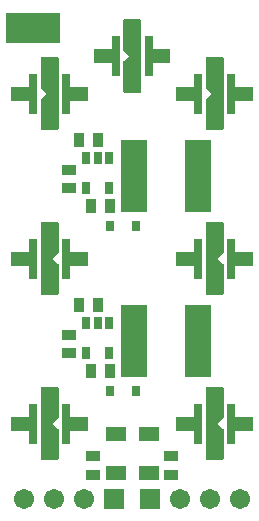
<source format=gts>
G04*
G04 #@! TF.GenerationSoftware,Altium Limited,Altium Designer,20.1.14 (287)*
G04*
G04 Layer_Color=8388736*
%FSLAX25Y25*%
%MOIN*%
G70*
G04*
G04 #@! TF.SameCoordinates,C01F18E2-E006-4B54-A768-756A2DF816C6*
G04*
G04*
G04 #@! TF.FilePolarity,Negative*
G04*
G01*
G75*
%ADD13R,0.18000X0.10000*%
%ADD14R,0.03800X0.04800*%
%ADD15R,0.06800X0.04800*%
%ADD16R,0.08674X0.24422*%
%ADD17R,0.02769X0.13792*%
%ADD18R,0.06706X0.04737*%
%ADD19R,0.04800X0.03800*%
%ADD20R,0.02769X0.03753*%
%ADD21R,0.03156X0.04337*%
%ADD22C,0.04737*%
%ADD23C,0.06706*%
%ADD24R,0.06706X0.06706*%
G36*
X262611Y302208D02*
X262663Y302198D01*
X262713Y302181D01*
X262759Y302158D01*
X262803Y302129D01*
X262842Y302095D01*
X262877Y302055D01*
X262906Y302011D01*
X262929Y301964D01*
X262946Y301915D01*
X262957Y301863D01*
X262960Y301811D01*
Y278189D01*
X262957Y278137D01*
X262946Y278085D01*
X262929Y278036D01*
X262906Y277989D01*
X262877Y277945D01*
X262842Y277906D01*
X262803Y277871D01*
X262759Y277842D01*
X262713Y277819D01*
X262663Y277802D01*
X262611Y277792D01*
X262559Y277788D01*
X257441D01*
X257389Y277792D01*
X257337Y277802D01*
X257288Y277819D01*
X257241Y277842D01*
X257197Y277871D01*
X257157Y277906D01*
X257123Y277945D01*
X257094Y277989D01*
X257071Y278036D01*
X257054Y278085D01*
X257044Y278137D01*
X257040Y278189D01*
Y288032D01*
X257044Y288084D01*
X257054Y288135D01*
X257071Y288185D01*
X257094Y288232D01*
X257123Y288276D01*
X257157Y288315D01*
X258842Y290000D01*
X257157Y291685D01*
X257123Y291724D01*
X257094Y291768D01*
X257071Y291815D01*
X257054Y291865D01*
X257044Y291916D01*
X257040Y291968D01*
Y301811D01*
X257044Y301863D01*
X257054Y301915D01*
X257071Y301964D01*
X257094Y302011D01*
X257123Y302055D01*
X257157Y302095D01*
X257197Y302129D01*
X257241Y302158D01*
X257288Y302181D01*
X257337Y302198D01*
X257389Y302208D01*
X257441Y302212D01*
X262559D01*
X262611Y302208D01*
D02*
G37*
G36*
X290111Y289708D02*
X290163Y289698D01*
X290212Y289681D01*
X290260Y289658D01*
X290303Y289629D01*
X290342Y289595D01*
X290377Y289555D01*
X290406Y289511D01*
X290429Y289464D01*
X290446Y289415D01*
X290457Y289363D01*
X290460Y289311D01*
Y265689D01*
X290457Y265637D01*
X290446Y265585D01*
X290429Y265536D01*
X290406Y265489D01*
X290377Y265445D01*
X290342Y265406D01*
X290303Y265371D01*
X290260Y265342D01*
X290212Y265319D01*
X290163Y265302D01*
X290111Y265292D01*
X290059Y265288D01*
X284941D01*
X284889Y265292D01*
X284837Y265302D01*
X284788Y265319D01*
X284740Y265342D01*
X284697Y265371D01*
X284658Y265406D01*
X284623Y265445D01*
X284594Y265489D01*
X284571Y265536D01*
X284554Y265585D01*
X284543Y265637D01*
X284540Y265689D01*
Y275532D01*
X284543Y275584D01*
X284554Y275635D01*
X284571Y275685D01*
X284594Y275732D01*
X284623Y275776D01*
X284658Y275815D01*
X286343Y277500D01*
X284658Y279185D01*
X284623Y279224D01*
X284594Y279268D01*
X284571Y279315D01*
X284554Y279365D01*
X284543Y279416D01*
X284540Y279468D01*
Y289311D01*
X284543Y289363D01*
X284554Y289415D01*
X284571Y289464D01*
X284594Y289511D01*
X284623Y289555D01*
X284658Y289595D01*
X284697Y289629D01*
X284740Y289658D01*
X284788Y289681D01*
X284837Y289698D01*
X284889Y289708D01*
X284941Y289712D01*
X290059D01*
X290111Y289708D01*
D02*
G37*
G36*
X235111D02*
X235163Y289698D01*
X235212Y289681D01*
X235260Y289658D01*
X235303Y289629D01*
X235343Y289595D01*
X235377Y289555D01*
X235406Y289511D01*
X235429Y289464D01*
X235446Y289415D01*
X235456Y289363D01*
X235460Y289311D01*
Y265689D01*
X235456Y265637D01*
X235446Y265585D01*
X235429Y265536D01*
X235406Y265489D01*
X235377Y265445D01*
X235343Y265406D01*
X235303Y265371D01*
X235260Y265342D01*
X235212Y265319D01*
X235163Y265302D01*
X235111Y265292D01*
X235059Y265288D01*
X229941D01*
X229889Y265292D01*
X229837Y265302D01*
X229787Y265319D01*
X229741Y265342D01*
X229697Y265371D01*
X229658Y265406D01*
X229623Y265445D01*
X229594Y265489D01*
X229571Y265536D01*
X229554Y265585D01*
X229543Y265637D01*
X229540Y265689D01*
Y275532D01*
X229543Y275584D01*
X229554Y275635D01*
X229571Y275685D01*
X229594Y275732D01*
X229623Y275776D01*
X229658Y275815D01*
X231343Y277500D01*
X229658Y279185D01*
X229623Y279224D01*
X229594Y279268D01*
X229571Y279315D01*
X229554Y279365D01*
X229543Y279416D01*
X229540Y279468D01*
Y289311D01*
X229543Y289363D01*
X229554Y289415D01*
X229571Y289464D01*
X229594Y289511D01*
X229623Y289555D01*
X229658Y289595D01*
X229697Y289629D01*
X229741Y289658D01*
X229787Y289681D01*
X229837Y289698D01*
X229889Y289708D01*
X229941Y289712D01*
X235059D01*
X235111Y289708D01*
D02*
G37*
G36*
X290111Y234708D02*
X290163Y234698D01*
X290212Y234681D01*
X290260Y234658D01*
X290303Y234629D01*
X290342Y234594D01*
X290377Y234555D01*
X290406Y234511D01*
X290429Y234464D01*
X290446Y234415D01*
X290457Y234363D01*
X290460Y234311D01*
Y224468D01*
X290457Y224416D01*
X290446Y224365D01*
X290429Y224315D01*
X290406Y224268D01*
X290377Y224224D01*
X290342Y224185D01*
X288657Y222500D01*
X290342Y220815D01*
X290377Y220776D01*
X290406Y220732D01*
X290429Y220685D01*
X290446Y220635D01*
X290457Y220584D01*
X290460Y220532D01*
Y210689D01*
X290457Y210637D01*
X290446Y210585D01*
X290429Y210536D01*
X290406Y210489D01*
X290377Y210445D01*
X290342Y210405D01*
X290303Y210371D01*
X290260Y210342D01*
X290212Y210319D01*
X290163Y210302D01*
X290111Y210292D01*
X290059Y210288D01*
X284941D01*
X284889Y210292D01*
X284837Y210302D01*
X284788Y210319D01*
X284740Y210342D01*
X284697Y210371D01*
X284658Y210405D01*
X284623Y210445D01*
X284594Y210489D01*
X284571Y210536D01*
X284554Y210585D01*
X284543Y210637D01*
X284540Y210689D01*
Y234311D01*
X284543Y234363D01*
X284554Y234415D01*
X284571Y234464D01*
X284594Y234511D01*
X284623Y234555D01*
X284658Y234594D01*
X284697Y234629D01*
X284740Y234658D01*
X284788Y234681D01*
X284837Y234698D01*
X284889Y234708D01*
X284941Y234712D01*
X290059D01*
X290111Y234708D01*
D02*
G37*
G36*
X235111D02*
X235163Y234698D01*
X235212Y234681D01*
X235260Y234658D01*
X235303Y234629D01*
X235343Y234594D01*
X235377Y234555D01*
X235406Y234511D01*
X235429Y234464D01*
X235446Y234415D01*
X235456Y234363D01*
X235460Y234311D01*
Y224468D01*
X235456Y224416D01*
X235446Y224365D01*
X235429Y224315D01*
X235406Y224268D01*
X235377Y224224D01*
X235343Y224185D01*
X233658Y222500D01*
X235343Y220815D01*
X235377Y220776D01*
X235406Y220732D01*
X235429Y220685D01*
X235446Y220635D01*
X235456Y220584D01*
X235460Y220532D01*
Y210689D01*
X235456Y210637D01*
X235446Y210585D01*
X235429Y210536D01*
X235406Y210489D01*
X235377Y210445D01*
X235343Y210405D01*
X235303Y210371D01*
X235260Y210342D01*
X235212Y210319D01*
X235163Y210302D01*
X235111Y210292D01*
X235059Y210288D01*
X229941D01*
X229889Y210292D01*
X229837Y210302D01*
X229787Y210319D01*
X229741Y210342D01*
X229697Y210371D01*
X229658Y210405D01*
X229623Y210445D01*
X229594Y210489D01*
X229571Y210536D01*
X229554Y210585D01*
X229543Y210637D01*
X229540Y210689D01*
Y234311D01*
X229543Y234363D01*
X229554Y234415D01*
X229571Y234464D01*
X229594Y234511D01*
X229623Y234555D01*
X229658Y234594D01*
X229697Y234629D01*
X229741Y234658D01*
X229787Y234681D01*
X229837Y234698D01*
X229889Y234708D01*
X229941Y234712D01*
X235059D01*
X235111Y234708D01*
D02*
G37*
G36*
X290111Y179708D02*
X290163Y179698D01*
X290212Y179681D01*
X290260Y179658D01*
X290303Y179629D01*
X290342Y179595D01*
X290377Y179555D01*
X290406Y179511D01*
X290429Y179464D01*
X290446Y179415D01*
X290457Y179363D01*
X290460Y179311D01*
Y169468D01*
X290457Y169416D01*
X290446Y169365D01*
X290429Y169315D01*
X290406Y169268D01*
X290377Y169225D01*
X290342Y169185D01*
X288657Y167500D01*
X290342Y165815D01*
X290377Y165776D01*
X290406Y165732D01*
X290429Y165685D01*
X290446Y165635D01*
X290457Y165584D01*
X290460Y165532D01*
Y155689D01*
X290457Y155637D01*
X290446Y155585D01*
X290429Y155536D01*
X290406Y155489D01*
X290377Y155445D01*
X290342Y155405D01*
X290303Y155371D01*
X290260Y155342D01*
X290212Y155319D01*
X290163Y155302D01*
X290111Y155292D01*
X290059Y155288D01*
X284941D01*
X284889Y155292D01*
X284837Y155302D01*
X284788Y155319D01*
X284740Y155342D01*
X284697Y155371D01*
X284658Y155405D01*
X284623Y155445D01*
X284594Y155489D01*
X284571Y155536D01*
X284554Y155585D01*
X284543Y155637D01*
X284540Y155689D01*
Y179311D01*
X284543Y179363D01*
X284554Y179415D01*
X284571Y179464D01*
X284594Y179511D01*
X284623Y179555D01*
X284658Y179595D01*
X284697Y179629D01*
X284740Y179658D01*
X284788Y179681D01*
X284837Y179698D01*
X284889Y179708D01*
X284941Y179712D01*
X290059D01*
X290111Y179708D01*
D02*
G37*
G36*
X235111D02*
X235163Y179698D01*
X235212Y179681D01*
X235260Y179658D01*
X235303Y179629D01*
X235343Y179595D01*
X235377Y179555D01*
X235406Y179511D01*
X235429Y179464D01*
X235446Y179415D01*
X235456Y179363D01*
X235460Y179311D01*
Y169468D01*
X235456Y169416D01*
X235446Y169365D01*
X235429Y169315D01*
X235406Y169268D01*
X235377Y169225D01*
X235343Y169185D01*
X233658Y167500D01*
X235343Y165815D01*
X235377Y165776D01*
X235406Y165732D01*
X235429Y165685D01*
X235446Y165635D01*
X235456Y165584D01*
X235460Y165532D01*
Y155689D01*
X235456Y155637D01*
X235446Y155585D01*
X235429Y155536D01*
X235406Y155489D01*
X235377Y155445D01*
X235343Y155405D01*
X235303Y155371D01*
X235260Y155342D01*
X235212Y155319D01*
X235163Y155302D01*
X235111Y155292D01*
X235059Y155288D01*
X229941D01*
X229889Y155292D01*
X229837Y155302D01*
X229787Y155319D01*
X229741Y155342D01*
X229697Y155371D01*
X229658Y155405D01*
X229623Y155445D01*
X229594Y155489D01*
X229571Y155536D01*
X229554Y155585D01*
X229543Y155637D01*
X229540Y155689D01*
Y179311D01*
X229543Y179363D01*
X229554Y179415D01*
X229571Y179464D01*
X229594Y179511D01*
X229623Y179555D01*
X229658Y179595D01*
X229697Y179629D01*
X229741Y179658D01*
X229787Y179681D01*
X229837Y179698D01*
X229889Y179708D01*
X229941Y179712D01*
X235059D01*
X235111Y179708D01*
D02*
G37*
D13*
X227000Y299500D02*
D03*
D14*
X242376Y207000D02*
D03*
X248624D02*
D03*
X242376Y262000D02*
D03*
X248624D02*
D03*
X252624Y240000D02*
D03*
X246376D02*
D03*
Y185000D02*
D03*
X252624D02*
D03*
D15*
X265500Y151000D02*
D03*
Y164000D02*
D03*
X254500Y151000D02*
D03*
Y164000D02*
D03*
D16*
X282000Y250000D02*
D03*
X260500D02*
D03*
Y195000D02*
D03*
X282000D02*
D03*
D17*
X293012Y167500D02*
D03*
X281988D02*
D03*
X293012Y222500D02*
D03*
X281988D02*
D03*
Y277500D02*
D03*
X293012D02*
D03*
X254488Y290000D02*
D03*
X265512D02*
D03*
X226988Y277500D02*
D03*
X238012D02*
D03*
Y222500D02*
D03*
X226988D02*
D03*
X238012Y167500D02*
D03*
X226988D02*
D03*
D18*
X278100D02*
D03*
X296900D02*
D03*
X278100Y222500D02*
D03*
X296900D02*
D03*
Y277500D02*
D03*
X278100D02*
D03*
X269400Y290000D02*
D03*
X250600D02*
D03*
X241900Y277500D02*
D03*
X223100D02*
D03*
Y222500D02*
D03*
X241900D02*
D03*
X223100Y167500D02*
D03*
X241900D02*
D03*
D19*
X273000Y150376D02*
D03*
Y156624D02*
D03*
X247000D02*
D03*
Y150376D02*
D03*
X239000Y197124D02*
D03*
Y190876D02*
D03*
Y245876D02*
D03*
Y252124D02*
D03*
D20*
X252669Y178500D02*
D03*
X261331D02*
D03*
Y233500D02*
D03*
X252669D02*
D03*
D21*
X252240Y201118D02*
D03*
Y190882D02*
D03*
X244760Y201118D02*
D03*
X248500D02*
D03*
X244760Y190882D02*
D03*
X252240Y256118D02*
D03*
Y245882D02*
D03*
X244760Y256118D02*
D03*
X248500D02*
D03*
X244760Y245882D02*
D03*
D22*
X287500Y163500D02*
D03*
Y171500D02*
D03*
Y218500D02*
D03*
Y226500D02*
D03*
Y281500D02*
D03*
Y273500D02*
D03*
X260000Y294000D02*
D03*
Y286000D02*
D03*
X232500Y281500D02*
D03*
Y273500D02*
D03*
Y218500D02*
D03*
Y226500D02*
D03*
Y163500D02*
D03*
Y171500D02*
D03*
D23*
X224000Y142500D02*
D03*
X234000D02*
D03*
X244000D02*
D03*
X296000D02*
D03*
X286000D02*
D03*
X276000D02*
D03*
D24*
X254000D02*
D03*
X266000D02*
D03*
M02*

</source>
